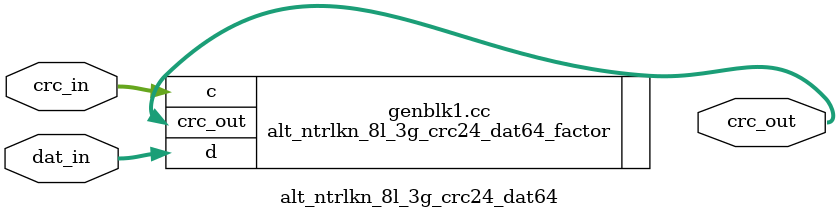
<source format=v>


`timescale 1 ps / 1 ps


module alt_ntrlkn_8l_3g_crc24_dat64 (
	input[23:0] crc_in,
	input[63:0] dat_in,
	output[23:0] crc_out
);

parameter METHOD = 1;

generate
  if (METHOD == 0)
    alt_ntrlkn_8l_3g_crc24_dat64_flat cc (.c(crc_in),.d(dat_in),.crc_out(crc_out));
  else
    alt_ntrlkn_8l_3g_crc24_dat64_factor cc (.c(crc_in),.d(dat_in),.crc_out(crc_out));
endgenerate

endmodule

</source>
